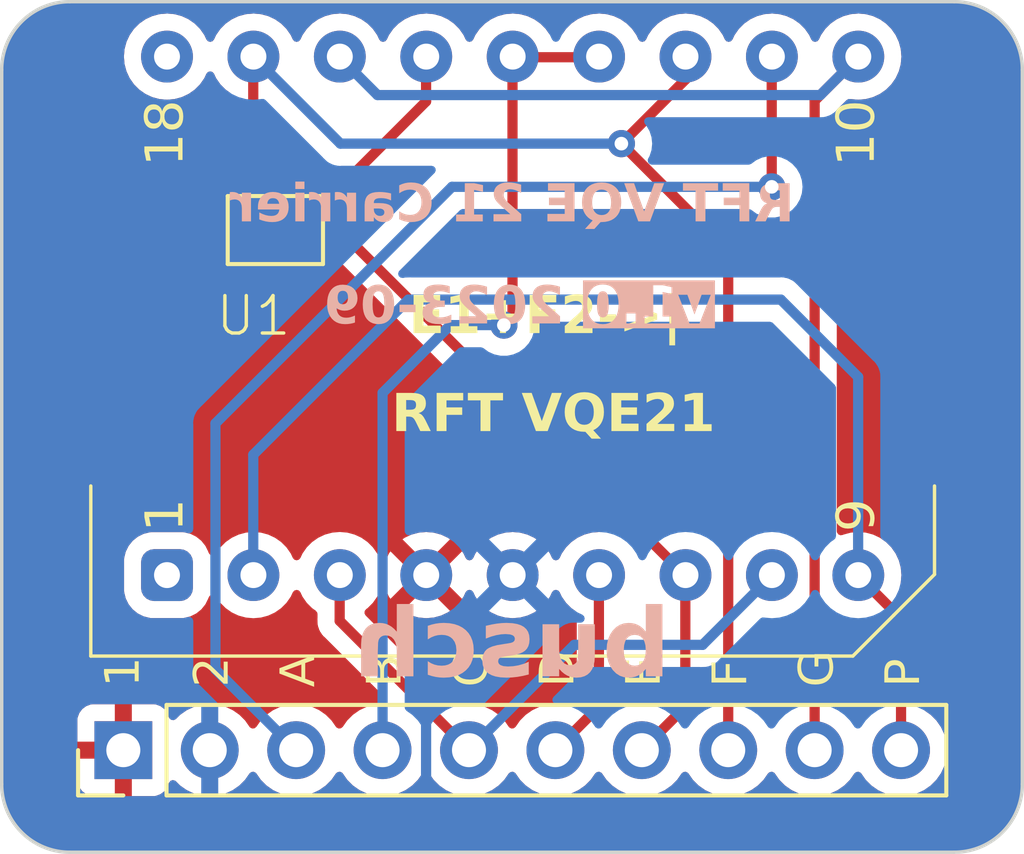
<source format=kicad_pcb>
(kicad_pcb (version 20221018) (generator pcbnew)
  (title_block (title "RFT VQE 21 Carrier") (date "2023-09") (rev "v1.0"))
  (layers (0 "F.Cu" signal) (31 "B.Cu" signal) (34 "B.Paste" user) (35 "F.Paste" user) (36 "B.SilkS" user "B.Silkscreen") (37 "F.SilkS" user "F.Silkscreen") (38 "B.Mask" user) (39 "F.Mask" user) (44 "Edge.Cuts" user))
  (net 0 "")
  (net 1 "/DIG_1")
  (net 2 "/DIG_2")
  (net 3 "/A")
  (net 4 "/B")
  (net 5 "/C")
  (net 6 "/D")
  (net 7 "/E")
  (net 8 "/F")
  (net 9 "/G")
  (net 10 "/DP")
  (footprint "HB-Custom-Parts:WF_VQE_21_E_AD_less_silk" (layer "F.Cu") (at 125.0188 75.5142)
    (fp_text reference "U1" (at 4.78 -10 unlocked) (layer "F.SilkS") (effects (font (size 1.1 1.1) (thickness 0.1))))
    (fp_text value "WF_VQE_21_E_AD")
    (fp_text user "10" (at 22.56 -16.35 90 unlocked) (layer "F.SilkS") (effects (font (size 1.1 1.1) (thickness 0.1)) (justify right)))
    (fp_text user "18" (at 2.24 -16.35 90 unlocked) (layer "F.SilkS") (effects (font (size 1.1 1.1) (thickness 0.1)) (justify right)))
    (fp_text user "1" (at 2.24 -3.65 90 unlocked) (layer "F.SilkS") (effects (font (size 1.1 1.1) (thickness 0.1)) (justify left)))
    (fp_text user "9" (at 22.56 -3.65 90 unlocked) (layer "F.SilkS") (effects (font (size 1.1 1.1) (thickness 0.1)) (justify left)))
    (fp_line (start 0 0) (end 0 -5) (stroke (width 0.1)) (layer "F.SilkS"))
    (fp_line (start 0 0) (end 22.4 0) (stroke (width 0.1)) (layer "F.SilkS"))
    (fp_line (start 23.6 -1.2) (end 22.4 0) (stroke (width 0.1)) (layer "F.SilkS"))
    (fp_line (start 23.6 -1.2) (end 24.8 -2.4) (stroke (width 0.1)) (layer "F.SilkS"))
    (fp_line (start 24.8 -2.4) (end 24.8 -5) (stroke (width 0.1)) (layer "F.SilkS"))
    (pad "1" thru_hole roundrect (at 2.24 -2.38) (size 1.524 1.524) (drill 0.762) (layers "*.Cu" "*.Mask"))
    (pad "2" thru_hole circle (at 4.78 -2.38) (size 1.524 1.524) (drill 0.762) (layers "*.Cu" "*.Mask") (net 10 "/DP"))
    (pad "3" thru_hole circle (at 7.32 -2.38) (size 1.524 1.524) (drill 0.762) (layers "*.Cu" "*.Mask") (net 5 "/C"))
    (pad "4" thru_hole circle (at 9.86 -2.38) (size 1.524 1.524) (drill 0.762) (layers "*.Cu" "*.Mask") (net 1 "/DIG_1"))
    (pad "5" thru_hole circle (at 12.4 -2.38) (size 1.524 1.524) (drill 0.762) (layers "*.Cu" "*.Mask") (net 2 "/DIG_2"))
    (pad "6" thru_hole circle (at 14.94 -2.38) (size 1.524 1.524) (drill 0.762) (layers "*.Cu" "*.Mask") (net 6 "/D"))
    (pad "7" thru_hole circle (at 17.48 -2.38) (size 1.524 1.524) (drill 0.762) (layers "*.Cu" "*.Mask") (net 7 "/E"))
    (pad "8" thru_hole circle (at 20.02 -2.38) (size 1.524 1.524) (drill 0.762) (layers "*.Cu" "*.Mask") (net 5 "/C"))
    (pad "9" thru_hole circle (at 22.56 -2.38) (size 1.524 1.524) (drill 0.762) (layers "*.Cu" "*.Mask") (net 10 "/DP"))
    (pad "10" thru_hole circle (at 22.56 -17.62) (size 1.524 1.524) (drill 0.762) (layers "*.Cu" "*.Mask") (net 9 "/G"))
    (pad "11" thru_hole circle (at 20.02 -17.62) (size 1.524 1.524) (drill 0.762) (layers "*.Cu" "*.Mask") (net 3 "/A"))
    (pad "12" thru_hole circle (at 17.48 -17.62) (size 1.524 1.524) (drill 0.762) (layers "*.Cu" "*.Mask") (net 8 "/F"))
    (pad "13" thru_hole circle (at 14.94 -17.62) (size 1.524 1.524) (drill 0.762) (layers "*.Cu" "*.Mask") (net 4 "/B"))
    (pad "14" thru_hole circle (at 12.4 -17.62) (size 1.524 1.524) (drill 0.762) (layers "*.Cu" "*.Mask") (net 4 "/B"))
    (pad "15" thru_hole circle (at 9.86 -17.62) (size 1.524 1.524) (drill 0.762) (layers "*.Cu" "*.Mask") (net 7 "/E"))
    (pad "16" thru_hole circle (at 7.32 -17.62) (size 1.524 1.524) (drill 0.762) (layers "*.Cu" "*.Mask") (net 9 "/G"))
    (pad "17" thru_hole circle (at 4.78 -17.62) (size 1.524 1.524) (drill 0.762) (layers "*.Cu" "B.Mask") (net 8 "/F"))
    (pad "18" thru_hole circle (at 2.24 -17.62) (size 1.524 1.524) (drill 0.762) (layers "*.Cu" "*.Mask"))
  )
  (footprint "Jumper:SolderJumper-2_P1.3mm_Bridged_Pad1.0x1.5mm" (layer "F.Cu") (at 130.444 62.992)
    (fp_text reference "JP1" hide)
    (fp_text value "EF-Bridge" hide)
    (fp_poly (pts (xy -0.25 -0.3) (xy 0.25 -0.3) (xy 0.25 0.3) (xy -0.25 0.3)) (fill solid) (layer "F.Cu"))
    (fp_line (start -1.4 -1) (end 1.4 -1) (stroke (width 0.12)) (layer "F.SilkS"))
    (fp_line (start -1.4 1) (end -1.4 -1) (stroke (width 0.12)) (layer "F.SilkS"))
    (fp_line (start 1.4 -1) (end 1.4 1) (stroke (width 0.12)) (layer "F.SilkS"))
    (fp_line (start 1.4 1) (end -1.4 1) (stroke (width 0.12)) (layer "F.SilkS"))
    (pad "1" smd rect (at -0.65 0) (size 1 1.5) (layers "F.Cu" "F.Mask") (net 8 "/F"))
    (pad "2" smd rect (at 0.65 0) (size 1 1.5) (layers "F.Cu" "F.Mask") (net 7 "/E"))
  )
  (footprint "Connector_PinHeader_2.54mm:PinHeader_1x10_P2.54mm_Vertical" (layer "F.Cu") (at 125.975 78.28 90)
    (fp_text reference "J1" hide)
    (fp_text value "Conn_01x10_Pin" hide)
    (fp_line (start -1.33 -1.33) (end 0 -1.33) (stroke (width 0.12)) (layer "F.SilkS"))
    (fp_line (start -1.33 0) (end -1.33 -1.33) (stroke (width 0.12)) (layer "F.SilkS"))
    (fp_line (start -1.33 1.27) (end -1.33 24.19) (stroke (width 0.12)) (layer "F.SilkS"))
    (fp_line (start -1.33 1.27) (end 1.33 1.27) (stroke (width 0.12)) (layer "F.SilkS"))
    (fp_line (start -1.33 24.19) (end 1.33 24.19) (stroke (width 0.12)) (layer "F.SilkS"))
    (fp_line (start 1.33 1.27) (end 1.33 24.19) (stroke (width 0.12)) (layer "F.SilkS"))
    (pad "1" thru_hole rect (at 0 0 90) (size 1.7 1.7) (drill 1) (layers "*.Cu" "*.Mask") (net 1 "/DIG_1"))
    (pad "2" thru_hole oval (at 0 2.54 90) (size 1.7 1.7) (drill 1) (layers "*.Cu" "*.Mask") (net 2 "/DIG_2"))
    (pad "3" thru_hole oval (at 0 5.08 90) (size 1.7 1.7) (drill 1) (layers "*.Cu" "*.Mask") (net 3 "/A"))
    (pad "4" thru_hole oval (at 0 7.62 90) (size 1.7 1.7) (drill 1) (layers "*.Cu" "*.Mask") (net 4 "/B"))
    (pad "5" thru_hole oval (at 0 10.16 90) (size 1.7 1.7) (drill 1) (layers "*.Cu" "*.Mask") (net 5 "/C"))
    (pad "6" thru_hole oval (at 0 12.7 90) (size 1.7 1.7) (drill 1) (layers "*.Cu" "*.Mask") (net 6 "/D"))
    (pad "7" thru_hole oval (at 0 15.24 90) (size 1.7 1.7) (drill 1) (layers "*.Cu" "*.Mask") (net 7 "/E"))
    (pad "8" thru_hole oval (at 0 17.78 90) (size 1.7 1.7) (drill 1) (layers "*.Cu" "*.Mask") (net 8 "/F"))
    (pad "9" thru_hole oval (at 0 20.32 90) (size 1.7 1.7) (drill 1) (layers "*.Cu" "*.Mask") (net 9 "/G"))
    (pad "10" thru_hole oval (at 0 22.86 90) (size 1.7 1.7) (drill 1) (layers "*.Cu" "*.Mask") (net 10 "/DP"))
  )
  (gr_arc (start 122.4 58.28) (mid 122.985786 56.865786) (end 124.4 56.28) (stroke (width 0.1)) (layer "Edge.Cuts"))
  (gr_arc (start 152.4 79.28) (mid 151.814214 80.694214) (end 150.4 81.28) (stroke (width 0.1)) (layer "Edge.Cuts"))
  (gr_line (start 124.4 56.28) (end 150.4 56.28) (stroke (width 0.1)) (layer "Edge.Cuts"))
  (gr_line (start 124.4 81.28) (end 150.4 81.28) (stroke (width 0.1)) (layer "Edge.Cuts"))
  (gr_line (start 122.4 58.28) (end 122.4 79.28) (stroke (width 0.1)) (layer "Edge.Cuts"))
  (gr_line (start 152.4 79.28) (end 152.4 58.28) (stroke (width 0.1)) (layer "Edge.Cuts"))
  (gr_arc (start 124.4 81.28) (mid 122.985786 80.694214) (end 122.4 79.28) (stroke (width 0.1)) (layer "Edge.Cuts"))
  (gr_arc (start 150.4 56.28) (mid 151.814214 56.865786) (end 152.4 58.28) (stroke (width 0.1)) (layer "Edge.Cuts"))
  (gr_text "${REVISION}" (at 150.9522 57.8866 270) (layer "F.Cu") (effects (font (size 1 1) (thickness 0.2) bold) (justify left)))
  (gr_text "${TITLE}" (at 137.4 62.28) (layer "B.SilkS") (effects (font (size 1.1 1.1) (thickness 0.2) bold) (justify mirror)))
  (gr_text "busch" (at 137.4 75.28) (layer "B.SilkS") (effects (font (size 2 2) (thickness 0.3) bold) (justify mirror)))
  (gr_text "${ISSUE_DATE}" (at 135.4 65.28) (layer "B.SilkS") (effects (font (size 1.1 1.1) (thickness 0.2) bold) (justify mirror)))
  (gr_text "${REVISION}" (at 141.4 65.28) (layer "B.SilkS" knockout) (effects (font (size 1.1 1.1) (thickness 0.2) bold) (justify mirror)))
  (gr_text "1" (at 126.0118 76.4286 90) (layer "F.SilkS") (effects (font (size 1 1)) (justify left)))
  (gr_text "A" (at 131.168 76.4286 90) (layer "F.SilkS") (effects (font (size 1 1)) (justify left)))
  (gr_text "D" (at 138.788 76.4286 90) (layer "F.SilkS") (effects (font (size 1 1)) (justify left)))
  (gr_text "E1+F2->|" (at 134.366 66.207236) (layer "F.SilkS") (effects (font (size 1.1 1.1) (thickness 0.275) bold) (justify left bottom)))
  (gr_text "RFT VQE21" (at 133.858 69.088) (layer "F.SilkS") (effects (font (size 1.1 1.1) (thickness 0.275) bold) (justify left bottom)))
  (gr_text "G" (at 146.408 76.4286 90) (layer "F.SilkS") (effects (font (size 1 1)) (justify left)))
  (gr_text "P\n" (at 148.948 76.4286 90) (layer "F.SilkS") (effects (font (size 1 1)) (justify left)))
  (gr_text "C" (at 136.248 76.4286 90) (layer "F.SilkS") (effects (font (size 1 1)) (justify left)))
  (gr_text "F" (at 143.868 76.4286 90) (layer "F.SilkS") (effects (font (size 1 1)) (justify left)))
  (gr_text "2" (at 128.628 76.4286 90) (layer "F.SilkS") (effects (font (size 1 1)) (justify left)))
  (gr_text "B" (at 133.708 76.4286 90) (layer "F.SilkS") (effects (font (size 1 1)) (justify left)))
  (gr_text "E" (at 141.328 76.4286 90) (layer "F.SilkS") (effects (font (size 1 1)) (justify left)))
  (segment (start 134.874 75.946) (end 134.874 80.01) (width 0.3) (layer "B.Cu") (net 2))
  (segment (start 145.034 57.912) (end 145.034 61.722) (width 0.3) (layer "F.Cu") (net 3))
  (via (at 145.034 61.722) (size 0.8) (drill 0.4) (layers "F.Cu" "B.Cu") (net 3))
  (segment (start 128.682 68.676) (end 128.682 75.907) (width 0.3) (layer "B.Cu") (net 3))
  (segment (start 145.034 61.722) (end 135.636 61.722) (width 0.3) (layer "B.Cu") (net 3))
  (segment (start 128.682 75.907) (end 131.055 78.28) (width 0.3) (layer "B.Cu") (net 3))
  (segment (start 135.636 61.722) (end 128.682 68.676) (width 0.3) (layer "B.Cu") (net 3))
  (segment (start 137.414 65.532) (end 137.16 65.786) (width 0.3) (layer "F.Cu") (net 4))
  (segment (start 137.414 57.912) (end 139.954 57.912) (width 0.3) (layer "F.Cu") (net 4))
  (segment (start 137.414 57.912) (end 137.414 65.532) (width 0.3) (layer "F.Cu") (net 4))
  (via (at 137.16 65.786) (size 0.8) (drill 0.4) (layers "F.Cu" "B.Cu") (net 4))
  (segment (start 135.587394 65.786) (end 133.595 67.778394) (width 0.3) (layer "B.Cu") (net 4))
  (segment (start 137.16 65.786) (end 135.587394 65.786) (width 0.3) (layer "B.Cu") (net 4))
  (segment (start 133.595 67.778394) (end 133.595 78.28) (width 0.3) (layer "B.Cu") (net 4))
  (segment (start 132.334 73.152) (end 132.334 74.479) (width 0.3) (layer "F.Cu") (net 5))
  (segment (start 132.334 74.479) (end 136.135 78.28) (width 0.3) (layer "F.Cu") (net 5))
  (segment (start 145.034 73.152) (end 143.002 75.184) (width 0.3) (layer "B.Cu") (net 5))
  (segment (start 143.002 75.184) (end 139.231 75.184) (width 0.3) (layer "B.Cu") (net 5))
  (segment (start 139.231 75.184) (end 136.135 78.28) (width 0.3) (layer "B.Cu") (net 5))
  (segment (start 139.954 73.152) (end 139.954 77.001) (width 0.3) (layer "F.Cu") (net 6))
  (segment (start 139.954 77.001) (end 138.675 78.28) (width 0.3) (layer "F.Cu") (net 6))
  (segment (start 131.094 62.992) (end 132.334 62.992) (width 0.3) (layer "F.Cu") (net 7))
  (segment (start 132.334 62.992) (end 142.494 73.152) (width 0.3) (layer "F.Cu") (net 7))
  (segment (start 142.494 77.001) (end 141.215 78.28) (width 0.3) (layer "F.Cu") (net 7))
  (segment (start 134.874 59.212) (end 131.094 62.992) (width 0.3) (layer "F.Cu") (net 7))
  (segment (start 142.494 73.152) (end 142.494 77.001) (width 0.3) (layer "F.Cu") (net 7))
  (segment (start 134.874 57.912) (end 134.874 59.212) (width 0.3) (layer "F.Cu") (net 7))
  (segment (start 140.6144 60.452) (end 142.4988 58.5676) (width 0.3) (layer "F.Cu") (net 8))
  (segment (start 143.755 63.5926) (end 143.755 78.28) (width 0.3) (layer "F.Cu") (net 8))
  (segment (start 140.6144 60.452) (end 143.755 63.5926) (width 0.3) (layer "F.Cu") (net 8))
  (segment (start 142.4988 58.5676) (end 142.4988 57.8942) (width 0.3) (layer "F.Cu") (net 8))
  (segment (start 129.794 62.992) (end 129.794 57.912) (width 0.3) (layer "F.Cu") (net 8))
  (via (at 140.6144 60.452) (size 0.8) (drill 0.4) (layers "F.Cu" "B.Cu") (net 8))
  (segment (start 132.3566 60.452) (end 140.6144 60.452) (width 0.3) (layer "B.Cu") (net 8))
  (segment (start 129.7988 57.8942) (end 132.3566 60.452) (width 0.3) (layer "B.Cu") (net 8))
  (segment (start 146.295 59.191) (end 146.295 78.28) (width 0.3) (layer "F.Cu") (net 9))
  (segment (start 147.574 57.912) (end 146.295 59.191) (width 0.3) (layer "F.Cu") (net 9))
  (segment (start 133.446 59.024) (end 146.462 59.024) (width 0.3) (layer "B.Cu") (net 9))
  (segment (start 146.462 59.024) (end 147.574 57.912) (width 0.3) (layer "B.Cu") (net 9))
  (segment (start 132.334 57.912) (end 133.446 59.024) (width 0.3) (layer "B.Cu") (net 9))
  (segment (start 147.574 73.152) (end 148.835 74.413) (width 0.3) (layer "F.Cu") (net 10))
  (segment (start 148.835 74.413) (end 148.835 78.28) (width 0.3) (layer "F.Cu") (net 10))
  (segment (start 129.794 73.152) (end 129.794 69.596) (width 0.3) (layer "B.Cu") (net 10))
  (segment (start 134.354 65.036) (end 145.3 65.036) (width 0.3) (layer "B.Cu") (net 10))
  (segment (start 133.604 65.786) (end 134.354 65.036) (width 0.3) (layer "B.Cu") (net 10))
  (segment (start 129.794 69.596) (end 133.604 65.786) (width 0.3) (layer "B.Cu") (net 10))
  (segment (start 147.574 67.31) (end 147.574 73.152) (width 0.3) (layer "B.Cu") (net 10))
  (segment (start 145.3 65.036) (end 147.574 67.31) (width 0.3) (layer "B.Cu") (net 10))
  (zone (net 1) (net_name "/DIG_1") (layer "F.Cu") (connect_pads (clearance 0.5)) (min_thickness 0.25) (fill yes (thermal_gap 0.5) (thermal_bridge_width 0.5))
    (polygon (pts (xy 122.4 56.28) (xy 152.4 56.28) (xy 152.4 81.28) (xy 122.4 81.28)))
  )
  (zone (net 2) (net_name "/DIG_2") (layer "B.Cu") (priority 1) (connect_pads (clearance 0.5)) (min_thickness 0.25) (fill yes (thermal_gap 0.5) (thermal_bridge_width 0.5))
    (polygon (pts (xy 122.4 56.28) (xy 152.4 56.28) (xy 152.4 81.28) (xy 122.4 81.28)))
  )
)
</source>
